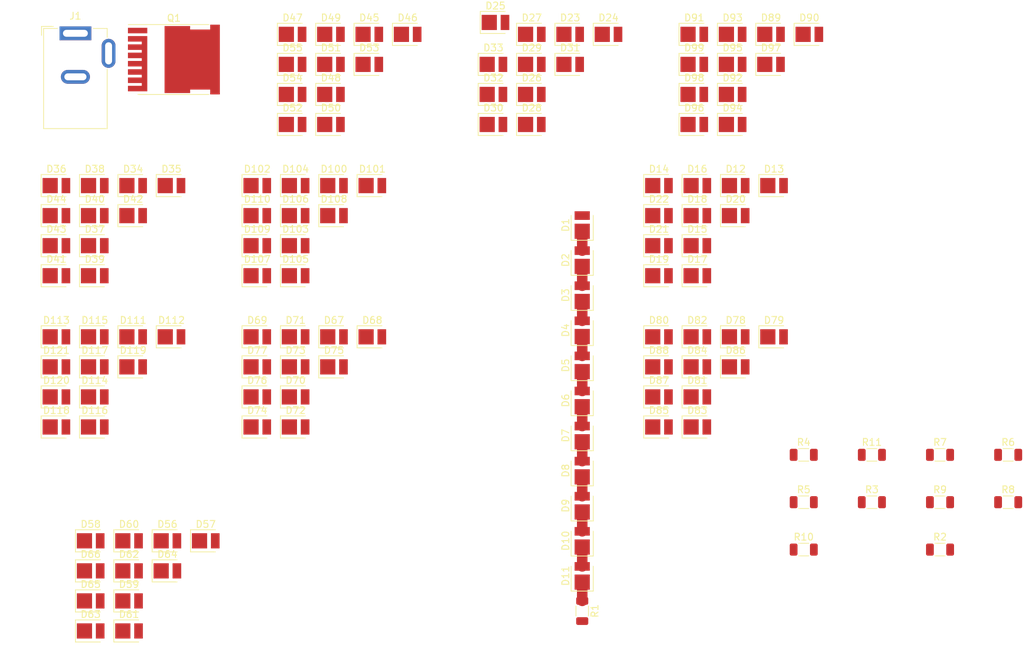
<source format=kicad_pcb>
(kicad_pcb (version 20211014) (generator pcbnew)
  (layers (0 "F.Cu" signal) (31 "B.Cu" signal) (34 "B.Paste" user) (35 "F.Paste" user) (36 "B.SilkS" user "B.Silkscreen") (37 "F.SilkS" user "F.Silkscreen") (38 "B.Mask" user) (39 "F.Mask" user) (44 "Edge.Cuts" user))
  (net 0 "")
  (net 1 "Net-(D1-Pad1)")
  (net 2 "/V_{LED}")
  (net 3 "Net-(D2-Pad1)")
  (net 4 "Net-(D3-Pad1)")
  (net 5 "Net-(D4-Pad1)")
  (net 6 "Net-(D5-Pad1)")
  (net 7 "Net-(D6-Pad1)")
  (net 8 "Net-(D7-Pad1)")
  (net 9 "Net-(D8-Pad1)")
  (net 10 "Net-(D10-Pad2)")
  (net 11 "Net-(D10-Pad1)")
  (net 12 "Net-(D11-Pad1)")
  (net 13 "Net-(D12-Pad1)")
  (net 14 "Net-(D13-Pad1)")
  (net 15 "Net-(D14-Pad1)")
  (net 16 "Net-(D15-Pad1)")
  (net 17 "Net-(D16-Pad1)")
  (net 18 "Net-(D17-Pad1)")
  (net 19 "Net-(D18-Pad1)")
  (net 20 "Net-(D19-Pad1)")
  (net 21 "Net-(D20-Pad1)")
  (net 22 "Net-(D21-Pad1)")
  (net 23 "Net-(D22-Pad1)")
  (net 24 "Net-(D23-Pad1)")
  (net 25 "Net-(D24-Pad1)")
  (net 26 "Net-(D25-Pad1)")
  (net 27 "Net-(D26-Pad1)")
  (net 28 "Net-(D27-Pad1)")
  (net 29 "Net-(D28-Pad1)")
  (net 30 "Net-(D29-Pad1)")
  (net 31 "Net-(D30-Pad1)")
  (net 32 "Net-(D31-Pad1)")
  (net 33 "Net-(D32-Pad1)")
  (net 34 "Net-(D33-Pad1)")
  (net 35 "Net-(D34-Pad1)")
  (net 36 "/LED Grid/LED Row4/ANODE")
  (net 37 "Net-(D35-Pad1)")
  (net 38 "Net-(D36-Pad1)")
  (net 39 "Net-(D37-Pad1)")
  (net 40 "Net-(D38-Pad1)")
  (net 41 "Net-(D39-Pad1)")
  (net 42 "Net-(D40-Pad1)")
  (net 43 "Net-(D41-Pad1)")
  (net 44 "Net-(D42-Pad1)")
  (net 45 "Net-(D43-Pad1)")
  (net 46 "Net-(D44-Pad1)")
  (net 47 "Net-(D45-Pad1)")
  (net 48 "/LED Grid/LED Row5/ANODE")
  (net 49 "Net-(D46-Pad1)")
  (net 50 "Net-(D47-Pad1)")
  (net 51 "Net-(D48-Pad1)")
  (net 52 "Net-(D49-Pad1)")
  (net 53 "Net-(D50-Pad1)")
  (net 54 "Net-(D51-Pad1)")
  (net 55 "Net-(D52-Pad1)")
  (net 56 "Net-(D53-Pad1)")
  (net 57 "Net-(D54-Pad1)")
  (net 58 "Net-(D55-Pad1)")
  (net 59 "Net-(D56-Pad1)")
  (net 60 "/LED Grid/LED Row6/ANODE")
  (net 61 "Net-(D57-Pad1)")
  (net 62 "Net-(D58-Pad1)")
  (net 63 "Net-(D59-Pad1)")
  (net 64 "Net-(D60-Pad1)")
  (net 65 "Net-(D61-Pad1)")
  (net 66 "Net-(D62-Pad1)")
  (net 67 "Net-(D63-Pad1)")
  (net 68 "Net-(D64-Pad1)")
  (net 69 "Net-(D65-Pad1)")
  (net 70 "Net-(D66-Pad1)")
  (net 71 "Net-(D67-Pad1)")
  (net 72 "/LED Grid/LED Row7/ANODE")
  (net 73 "Net-(D68-Pad1)")
  (net 74 "Net-(D69-Pad1)")
  (net 75 "Net-(D70-Pad1)")
  (net 76 "Net-(D71-Pad1)")
  (net 77 "Net-(D72-Pad1)")
  (net 78 "Net-(D73-Pad1)")
  (net 79 "Net-(D74-Pad1)")
  (net 80 "Net-(D75-Pad1)")
  (net 81 "Net-(D76-Pad1)")
  (net 82 "Net-(D77-Pad1)")
  (net 83 "Net-(D78-Pad1)")
  (net 84 "/LED Grid/LED Row8/ANODE")
  (net 85 "Net-(D79-Pad1)")
  (net 86 "Net-(D80-Pad1)")
  (net 87 "Net-(D81-Pad1)")
  (net 88 "Net-(D82-Pad1)")
  (net 89 "Net-(D83-Pad1)")
  (net 90 "Net-(D84-Pad1)")
  (net 91 "Net-(D85-Pad1)")
  (net 92 "Net-(D86-Pad1)")
  (net 93 "Net-(D87-Pad1)")
  (net 94 "Net-(D88-Pad1)")
  (net 95 "Net-(D89-Pad1)")
  (net 96 "/LED Grid/LED Row9/ANODE")
  (net 97 "Net-(D90-Pad1)")
  (net 98 "Net-(D91-Pad1)")
  (net 99 "Net-(D92-Pad1)")
  (net 100 "Net-(D93-Pad1)")
  (net 101 "Net-(D94-Pad1)")
  (net 102 "Net-(D95-Pad1)")
  (net 103 "Net-(D96-Pad1)")
  (net 104 "Net-(D97-Pad1)")
  (net 105 "Net-(D98-Pad1)")
  (net 106 "Net-(D99-Pad1)")
  (net 107 "Net-(D100-Pad1)")
  (net 108 "/LED Grid/LED Row10/ANODE")
  (net 109 "Net-(D101-Pad1)")
  (net 110 "Net-(D102-Pad1)")
  (net 111 "Net-(D103-Pad1)")
  (net 112 "Net-(D104-Pad1)")
  (net 113 "Net-(D105-Pad1)")
  (net 114 "Net-(D106-Pad1)")
  (net 115 "Net-(D107-Pad1)")
  (net 116 "Net-(D108-Pad1)")
  (net 117 "Net-(D109-Pad1)")
  (net 118 "Net-(D110-Pad1)")
  (net 119 "Net-(D111-Pad1)")
  (net 120 "/LED Grid/LED Row11/ANODE")
  (net 121 "Net-(D112-Pad1)")
  (net 122 "Net-(D113-Pad1)")
  (net 123 "Net-(D114-Pad1)")
  (net 124 "Net-(D115-Pad1)")
  (net 125 "Net-(D116-Pad1)")
  (net 126 "Net-(D117-Pad1)")
  (net 127 "Net-(D118-Pad1)")
  (net 128 "Net-(D119-Pad1)")
  (net 129 "Net-(D120-Pad1)")
  (net 130 "Net-(D121-Pad1)")
  (net 131 "Earth")
  (net 133 "/Control Circuitry/CTRL")
  (net 134 "/LED Grid/CATHODE")
  (net 135 "/LED Grid/LED Row2/CATHODE")
  (net 136 "/LED Grid/LED Row1/CATHODE")
  (net 137 "/LED Grid/LED Row3/CATHODE")
  (net 138 "/LED Grid/LED Row4/CATHODE")
  (net 139 "/LED Grid/LED Row5/CATHODE")
  (net 140 "/LED Grid/LED Row6/CATHODE")
  (net 141 "/LED Grid/LED Row7/CATHODE")
  (net 142 "/LED Grid/LED Row8/CATHODE")
  (net 143 "/LED Grid/LED Row9/CATHODE")
  (net 144 "/LED Grid/LED Row10/CATHODE")
  (net 145 "/LED Grid/LED Row11/CATHODE")
  (footprint "LED_SMD:LED_PLCC_2835" (layer "F.Cu") (at 76.792 111.245)
    (fp_text reference "D114")
    (fp_text value "RED")
  )
  (footprint "LED_SMD:LED_PLCC_2835" (layer "F.Cu") (at 92.85 132.08)
    (fp_text reference "D57")
    (fp_text value "RED")
  )
  (footprint "LED_SMD:LED_PLCC_2835" (layer "F.Cu") (at 163.972 102.545)
    (fp_text reference "D82")
    (fp_text value "RED")
  )
  (footprint "LED_SMD:LED_PLCC_2835" (layer "F.Cu") (at 71.242 89.345)
    (fp_text reference "D43")
    (fp_text value "RED")
  )
  (footprint "Resistor_SMD:R_1206_3216Metric" (layer "F.Cu") (at 179.37 133.35)
    (fp_text reference "R10")
    (fp_text value "R_US")
  )
  (footprint "Connector_BarrelJack:BarrelJack_GCT_DCJ200-10-A_Horizontal" (layer "F.Cu") (at 73.992 58.595)
    (fp_text reference "J1")
    (fp_text value "Barrel_Jack_Switch_Pin3Ring")
  )
  (footprint "LED_SMD:LED_PLCC_2835" (layer "F.Cu") (at 169.522 84.995)
    (fp_text reference "D20")
    (fp_text value "RED")
  )
  (footprint "LED_SMD:LED_PLCC_2835" (layer "F.Cu") (at 76.792 80.645)
    (fp_text reference "D38")
    (fp_text value "RED")
  )
  (footprint "LED_SMD:LED_PLCC_2835" (layer "F.Cu") (at 100.302 102.545)
    (fp_text reference "D69")
    (fp_text value "RED")
  )
  (footprint "LED_SMD:LED_PLCC_2835" (layer "F.Cu") (at 147.32 137.16 90)
    (fp_text reference "D11")
    (fp_text value "RED")
  )
  (footprint "Resistor_SMD:R_1206_3216Metric" (layer "F.Cu") (at 199.09 133.35)
    (fp_text reference "R2")
    (fp_text value "R_US")
  )
  (footprint "LED_SMD:LED_PLCC_2835" (layer "F.Cu") (at 163.532 58.745)
    (fp_text reference "D91")
    (fp_text value "RED")
  )
  (footprint "LED_SMD:LED_PLCC_2835" (layer "F.Cu") (at 134.472 67.445)
    (fp_text reference "D32")
    (fp_text value "RED")
  )
  (footprint "LED_SMD:LED_PLCC_2835" (layer "F.Cu") (at 175.072 102.545)
    (fp_text reference "D79")
    (fp_text value "RED")
  )
  (footprint "LED_SMD:LED_PLCC_2835" (layer "F.Cu") (at 82.342 102.545)
    (fp_text reference "D111")
    (fp_text value "RED")
  )
  (footprint "LED_SMD:LED_PLCC_2835" (layer "F.Cu") (at 76.2 132.08)
    (fp_text reference "D58")
    (fp_text value "RED")
  )
  (footprint "Resistor_SMD:R_1206_3216Metric" (layer "F.Cu") (at 189.23 126.49)
    (fp_text reference "R3")
    (fp_text value "R_US")
  )
  (footprint "LED_SMD:LED_PLCC_2835" (layer "F.Cu") (at 110.962 67.445)
    (fp_text reference "D48")
    (fp_text value "RED")
  )
  (footprint "LED_SMD:LED_PLCC_2835" (layer "F.Cu") (at 111.402 102.545)
    (fp_text reference "D67")
    (fp_text value "RED")
  )
  (footprint "LED_SMD:LED_PLCC_2835" (layer "F.Cu") (at 105.852 106.895)
    (fp_text reference "D73")
    (fp_text value "RED")
  )
  (footprint "LED_SMD:LED_PLCC_2835" (layer "F.Cu") (at 169.522 106.895)
    (fp_text reference "D86")
    (fp_text value "RED")
  )
  (footprint "LED_SMD:LED_PLCC_2835" (layer "F.Cu") (at 163.532 63.095)
    (fp_text reference "D99")
    (fp_text value "RED")
  )
  (footprint "LED_SMD:LED_PLCC_2835" (layer "F.Cu") (at 174.632 63.095)
    (fp_text reference "D97")
    (fp_text value "RED")
  )
  (footprint "LED_SMD:LED_PLCC_2835" (layer "F.Cu") (at 100.302 115.595)
    (fp_text reference "D74")
    (fp_text value "RED")
  )
  (footprint "LED_SMD:LED_PLCC_2835" (layer "F.Cu") (at 116.952 80.645)
    (fp_text reference "D101")
    (fp_text value "RED")
  )
  (footprint "LED_SMD:LED_PLCC_2835" (layer "F.Cu") (at 158.422 84.995)
    (fp_text reference "D22")
    (fp_text value "RED")
  )
  (footprint "LED_SMD:LED_PLCC_2835" (layer "F.Cu") (at 169.522 80.645)
    (fp_text reference "D12")
    (fp_text value "RED")
  )
  (footprint "LED_SMD:LED_PLCC_2835" (layer "F.Cu") (at 100.302 93.695)
    (fp_text reference "D107")
    (fp_text value "RED")
  )
  (footprint "LED_SMD:LED_PLCC_2835" (layer "F.Cu") (at 76.792 89.345)
    (fp_text reference "D37")
    (fp_text value "RED")
  )
  (footprint "LED_SMD:LED_PLCC_2835" (layer "F.Cu") (at 163.532 67.445)
    (fp_text reference "D98")
    (fp_text value "RED")
  )
  (footprint "LED_SMD:LED_PLCC_2835" (layer "F.Cu") (at 158.422 102.545)
    (fp_text reference "D80")
    (fp_text value "RED")
  )
  (footprint "LED_SMD:LED_PLCC_2835" (layer "F.Cu") (at 76.792 115.595)
    (fp_text reference "D116")
    (fp_text value "RED")
  )
  (footprint "LED_SMD:LED_PLCC_2835" (layer "F.Cu") (at 174.632 58.745)
    (fp_text reference "D89")
    (fp_text value "RED")
  )
  (footprint "LED_SMD:LED_PLCC_2835" (layer "F.Cu") (at 163.972 80.645)
    (fp_text reference "D16")
    (fp_text value "RED")
  )
  (footprint "LED_SMD:LED_PLCC_2835" (layer "F.Cu") (at 81.75 140.78)
    (fp_text reference "D59")
    (fp_text value "RED")
  )
  (footprint "LED_SMD:LED_PLCC_2835" (layer "F.Cu") (at 111.402 106.895)
    (fp_text reference "D75")
    (fp_text value "RED")
  )
  (footprint "LED_SMD:LED_PLCC_2835" (layer "F.Cu") (at 71.242 115.595)
    (fp_text reference "D118")
    (fp_text value "RED")
  )
  (footprint "LED_SMD:LED_PLCC_2835" (layer "F.Cu") (at 105.412 67.445)
    (fp_text reference "D54")
    (fp_text value "RED")
  )
  (footprint "LED_SMD:LED_PLCC_2835" (layer "F.Cu") (at 169.522 102.545)
    (fp_text reference "D78")
    (fp_text value "RED")
  )
  (footprint "LED_SMD:LED_PLCC_2835" (layer "F.Cu") (at 71.242 84.995)
    (fp_text reference "D44")
    (fp_text value "RED")
  )
  (footprint "LED_SMD:LED_PLCC_2835" (layer "F.Cu") (at 116.512 58.745)
    (fp_text reference "D45")
    (fp_text value "RED")
  )
  (footprint "LED_SMD:LED_PLCC_2835" (layer "F.Cu") (at 105.852 89.345)
    (fp_text reference "D103")
    (fp_text value "RED")
  )
  (footprint "LED_SMD:LED_PLCC_2835" (layer "F.Cu") (at 76.792 84.995)
    (fp_text reference "D40")
    (fp_text value "RED")
  )
  (footprint "LED_SMD:LED_PLCC_2835" (layer "F.Cu") (at 163.972 93.695)
    (fp_text reference "D17")
    (fp_text value "RED")
  )
  (footprint "LED_SMD:LED_PLCC_2835" (layer "F.Cu") (at 105.852 115.595)
    (fp_text reference "D72")
    (fp_text value "RED")
  )
  (footprint "LED_SMD:LED_PLCC_2835" (layer "F.Cu") (at 100.302 84.995)
    (fp_text reference "D110")
    (fp_text value "RED")
  )
  (footprint "Resistor_SMD:R_1206_3216Metric" (layer "F.Cu") (at 208.95 126.49)
    (fp_text reference "R8")
    (fp_text value "R_US")
  )
  (footprint "LED_SMD:LED_PLCC_2835" (layer "F.Cu") (at 145.572 63.095)
    (fp_text reference "D31")
    (fp_text value "RED")
  )
  (footprint "LED_SMD:LED_PLCC_2835" (layer "F.Cu") (at 105.412 63.095)
    (fp_text reference "D55")
    (fp_text value "RED")
  )
  (footprint "LED_SMD:LED_PLCC_2835" (layer "F.Cu") (at 76.2 140.78)
    (fp_text reference "D65")
    (fp_text value "RED")
  )
  (footprint "LED_SMD:LED_PLCC_2835" (layer "F.Cu") (at 158.422 111.245)
    (fp_text reference "D87")
    (fp_text value "RED")
  )
  (footprint "LED_SMD:LED_PLCC_2835" (layer "F.Cu") (at 110.962 63.095)
    (fp_text reference "D51")
    (fp_text value "RED")
  )
  (footprint "LED_SMD:LED_PLCC_2835" (layer "F.Cu") (at 147.32 121.92 90)
    (fp_text reference "D8")
    (fp_text value "RED")
  )
  (footprint "LED_SMD:LED_PLCC_2835" (layer "F.Cu") (at 82.342 106.895)
    (fp_text reference "D119")
    (fp_text value "RED")
  )
  (footprint "LED_SMD:LED_PLCC_2835" (layer "F.Cu") (at 169.082 63.095)
    (fp_text reference "D95")
    (fp_text value "RED")
  )
  (footprint "LED_SMD:LED_PLCC_2835" (layer "F.Cu") (at 145.572 58.745)
    (fp_text reference "D23")
    (fp_text value "RED")
  )
  (footprint "LED_SMD:LED_PLCC_2835" (layer "F.Cu") (at 180.182 58.745)
    (fp_text reference "D90")
    (fp_text value "RED")
  )
  (footprint "LED_SMD:LED_PLCC_2835" (layer "F.Cu") (at 163.532 71.795)
    (fp_text reference "D96")
    (fp_text value "RED")
  )
  (footprint "LED_SMD:LED_PLCC_2835" (layer "F.Cu") (at 147.32 116.84 90)
    (fp_text reference "D7")
    (fp_text value "RED")
  )
  (footprint "LED_SMD:LED_PLCC_2835" (layer "F.Cu") (at 169.082 58.745)
    (fp_text reference "D93")
    (fp_text value "RED")
  )
  (footprint "LED_SMD:LED_PLCC_2835" (layer "F.Cu") (at 81.75 136.43)
    (fp_text reference "D62")
    (fp_text value "RED")
  )
  (footprint "Resistor_SMD:R_1206_3216Metric" (layer "F.Cu") (at 147.32 142.24 -90)
    (fp_text reference "R1")
    (fp_text value "R_US")
  )
  (footprint "LED_SMD:LED_PLCC_2835" (layer "F.Cu") (at 100.302 111.245)
    (fp_text reference "D76")
    (fp_text value "RED")
  )
  (footprint "LED_SMD:LED_PLCC_2835" (layer "F.Cu") (at 158.422 115.595)
    (fp_text reference "D85")
    (fp_text value "RED")
  )
  (footprint "LED_SMD:LED_PLCC_2835" (layer "F.Cu") (at 140.022 63.095)
    (fp_text reference "D29")
    (fp_text value "RED")
  )
  (footprint "LED_SMD:LED_PLCC_2835" (layer "F.Cu") (at 140.022 71.795)
    (fp_text reference "D28")
    (fp_text value "RED")
  )
  (footprint "Resistor_SMD:R_1206_3216Metric" (layer "F.Cu") (at 179.37 126.49)
    (fp_text reference "R5")
    (fp_text value "R_US")
  )
  (footprint "LED_SMD:LED_PLCC_2835" (layer "F.Cu") (at 105.852 93.695)
    (fp_text reference "D105")
    (fp_text value "RED")
  )
  (footprint "LED_SMD:LED_PLCC_2835" (layer "F.Cu") (at 158.422 93.695)
    (fp_text reference "D19")
    (fp_text value "RED")
  )
  (footprint "LED_SMD:LED_PLCC_2835" (layer "F.Cu") (at 71.242 93.695)
    (fp_text reference "D41")
    (fp_text value "RED")
  )
  (footprint "LED_SMD:LED_PLCC_2835" (layer "F.Cu") (at 105.852 84.995)
    (fp_text reference "D106")
    (fp_text value "RED")
  )
  (footprint "LED_SMD:LED_PLCC_2835" (layer "F.Cu") (at 71.242 80.645)
    (fp_text reference "D36")
    (fp_text value "RED")
  )
  (footprint "LED_SMD:LED_PLCC_2835" (layer "F.Cu") (at 87.3 132.08)
    (fp_text reference "D56")
    (fp_text value "RED")
  )
  (footprint "LED_SMD:LED_PLCC_2835" (layer "F.Cu") (at 147.32 101.6 90)
    (fp_text reference "D4")
    (fp_text value "RED")
  )
  (footprint "LED_SMD:LED_PLCC_2835" (layer "F.Cu") (at 100.302 106.895)
    (fp_text reference "D77")
    (fp_text value "RED")
  )
  (footprint "Resistor_SMD:R_1206_3216Metric" (layer "F.Cu") (at 208.95 119.63)
    (fp_text reference "R6")
    (fp_text value "R_US")
  )
  (footprint "LED_SMD:LED_PLCC_2835" (layer "F.Cu") (at 81.75 145.13)
    (fp_text reference "D61")
    (fp_text value "RED")
  )
  (footprint "LED_SMD:LED_PLCC_2835" (layer "F.Cu") (at 134.772 57.02)
    (fp_text reference "D25")
    (fp_text value "RED")
  )
  (footprint "LED_SMD:LED_PLCC_2835" (layer "F.Cu") (at 163.972 89.345)
    (fp_text reference "D15")
    (fp_text value "RED")
  )
  (footprint "LED_SMD:LED_PLCC_2835" (layer "F.Cu") (at 100.302 80.645)
    (fp_text reference "D102")
    (fp_text value "RED")
  )
  (footprint "Resistor_SMD:R_1206_3216Metric" (layer "F.Cu") (at 199.09 119.63)
    (fp_text reference "R7")
    (fp_text value "R_US")
  )
  (footprint "LED_SMD:LED_PLCC_2835" (layer "F.Cu") (at 105.412 71.795)
    (fp_text reference "D52")
    (fp_text value "RED")
  )
  (footprint "LED_SMD:LED_PLCC_2835" (layer "F.Cu") (at 71.242 106.895)
    (fp_text reference "D121")
    (fp_text value "RED")
  )
  (footprint "LED_SMD:LED_PLCC_2835" (layer "F.Cu") (at 122.062 58.745)
    (fp_text reference "D46")
    (fp_text value "RED")
  )
  (footprint "LED_SMD:LED_PLCC_2835" (layer "F.Cu") (at 116.952 102.545)
    (fp_text reference "D68")
    (fp_text value "RED")
  )
  (footprint "Package_TO_SOT_SMD:Infineon_PG-HSOF-8-1" (layer "F.Cu") (at 88.242 62.395)
    (fp_text reference "Q1")
    (fp_text value "IPT012N08N5")
  )
  (footprint "LED_SMD:LED_PLCC_2835" (layer "F.Cu") (at 71.242 111.245)
    (fp_text reference "D120")
    (fp_text value "RED")
  )
  (footprint "LED_SMD:LED_PLCC_2835" (layer "F.Cu") (at 81.75 132.08)
    (fp_text reference "D60")
    (fp_text value "RED")
  )
  (footprint "LED_SMD:LED_PLCC_2835" (layer "F.Cu") (at 110.962 58.745)
    (fp_text reference "D49")
    (fp_text value "RED")
  )
  (footprint "LED_SMD:LED_PLCC_2835" (layer "F.Cu") (at 175.072 80.645)
    (fp_text reference "D13")
    (fp_text value "RED")
  )
  (footprint "LED_SMD:LED_PLCC_2835" (layer "F.Cu") (at 147.32 127 90)
    (fp_text reference "D9")
    (fp_text value "RED")
  )
  (footprint "LED_SMD:LED_PLCC_2835" (layer "F.Cu") (at 140.022 58.745)
    (fp_text reference "D27")
    (fp_text value "RED")
  )
  (footprint "Resistor_SMD:R_1206_3216Metric" (layer "F.Cu") (at 199.09 126.49)
    (fp_text reference "R9")
    (fp_text value "R_US")
  )
  (footprint "LED_SMD:LED_PLCC_2835" (layer "F.Cu") (at 105.852 80.645)
    (fp_text reference "D104")
    (fp_text value "RED")
  )
  (footprint "LED_SMD:LED_PLCC_2835" (layer "F.Cu") (at 163.972 115.595)
    (fp_text reference "D83")
    (fp_text value "RED")
  )
  (footprint "Resistor_SMD:R_1206_3216Metric" (layer "F.Cu") (at 189.23 119.63)
    (fp_text reference "R11")
    (fp_text value "R_US")
  )
  (footprint "LED_SMD:LED_PLCC_2835" (layer "F.Cu") (at 116.512 63.095)
    (fp_text reference "D53")
    (fp_text value "RED")
  )
  (footprint "LED_SMD:LED_PLCC_2835" (layer "F.Cu") (at 169.082 71.795)
    (fp_text reference "D94")
    (fp_text value "RED")
  )
  (footprint "LED_SMD:LED_PLCC_2835" (layer "F.Cu") (at 158.422 89.345)
    (fp_text reference "D21")
    (fp_text value "RED")
  )
  (footprint "LED_SMD:LED_PLCC_2835" (layer "F.Cu") (at 151.122 58.745)
    (fp_text reference "D24")
    (fp_text value "RED")
  )
  (footprint "LED_SMD:LED_PLCC_2835" (layer "F.Cu") (at 158.422 80.645)
    (fp_text reference "D14")
    (fp_text value "RED")
  )
  (footprint "LED_SMD:LED_PLCC_2835" (layer "F.Cu") (at 147.32 96.52 90)
    (fp_text reference "D3")
    (fp_text value "RED")
  )
  (footprint "LED_SMD:LED_PLCC_2835" (layer "F.Cu") (at 87.3 136.43)
    (fp_text reference "D64")
    (fp_text value "RED")
  )
  (footprint "LED_SMD:LED_PLCC_2835" (layer "F.Cu") (at 105.852 111.245)
    (fp_text reference "D70")
    (fp_text value "RED")
  )
  (footprint "LED_SMD:LED_PLCC_2835" (layer "F.Cu") (at 163.972 106.895)
    (fp_text reference "D84")
    (fp_text value "RED")
  )
  (footprint "LED_SMD:LED_PLCC_2835" (layer "F.Cu") (at 163.972 84.995)
    (fp_text reference "D18")
    (fp_text value "RED")
  )
  (footprint "LED_SMD:LED_PLCC_2835" (layer "F.Cu") (at 76.2 136.43)
    (fp_text reference "D66")
    (fp_text value "RED")
  )
  (footprint "LED_SMD:LED_PLCC_2835" (layer "F.Cu") (at 147.32 132.08 90)
    (fp_text reference "D10")
    (fp_text value "RED")
  )
  (footprint "LED_SMD:LED_PLCC_2835" (layer "F.Cu") (at 76.2 145.13)
    (fp_text reference "D63")
    (fp_text value "RED")
  )
  (footprint "LED_SMD:LED_PLCC_2835" (layer "F.Cu") (at 147.32 106.68 90)
    (fp_text reference "D5")
    (fp_text value "RED")
  )
  (footprint "LED_SMD:LED_PLCC_2835" (layer "F.Cu") (at 87.892 80.645)
    (fp_text reference "D35")
    (fp_text value "RED")
  )
  (footprint "LED_SMD:LED_PLCC_2835" (layer "F.Cu") (at 147.32 91.44 90)
    (fp_text reference "D2")
    (fp_text value "RED")
  )
  (footprint "LED_SMD:LED_PLCC_2835" (layer "F.Cu") (at 87.892 102.545)
    (fp_text reference "D112")
    (fp_text value "RED")
  )
  (footprint "LED_SMD:LED_PLCC_2835" (layer "F.Cu") (at 76.792 106.895)
    (fp_text reference "D117")
    (fp_text value "RED")
  )
  (footprint "LED_SMD:LED_PLCC_2835" (layer "F.Cu") (at 71.242 102.545)
    (fp_text reference "D113")
    (fp_text value "RED")
  )
  (footprint "LED_SMD:LED_PLCC_2835" (layer "F.Cu") (at 105.852 102.545)
    (fp_text reference "D71")
    (fp_text value "RED")
  )
  (footprint "LED_SMD:LED_PLCC_2835" (layer "F.Cu") (at 158.422 106.895)
    (fp_text reference "D88")
    (fp_text value "RED")
  )
  (footprint "LED_SMD:LED_PLCC_2835" (layer "F.Cu") (at 169.082 67.445)
    (fp_text reference "D92")
    (fp_text value "RED")
  )
  (footprint "LED_SMD:LED_PLCC_2835" (layer "F.Cu") (at 100.302 89.345)
    (fp_text reference "D109")
    (fp_text value "RED")
  )
  (footprint "LED_SMD:LED_PLCC_2835" (layer "F.Cu") (at 147.32 111.76 90)
    (fp_text reference "D6")
    (fp_text value "RED")
  )
  (footprint "LED_SMD:LED_PLCC_2835" (layer "F.Cu") (at 110.962 71.795)
    (fp_text reference "D50")
    (fp_text value "RED")
  )
  (footprint "LED_SMD:LED_PLCC_2835" (layer "F.Cu") (at 76.792 102.545)
    (fp_text reference "D115")
    (fp_text value "RED")
  )
  (footprint "LED_SMD:LED_PLCC_2835" (layer "F.Cu") (at 163.972 111.245)
    (fp_text reference "D81")
    (fp_text value "RED")
  )
  (footprint "LED_SMD:LED_PLCC_2835" (layer "F.Cu") (at 82.342 84.995)
    (fp_text reference "D42")
    (fp_text value "RED")
  )
  (footprint "LED_SMD:LED_PLCC_2835" (layer "F.Cu") (at 111.402 80.645)
    (fp_text reference "D100")
    (fp_text value "RED")
  )
  (footprint "LED_SMD:LED_PLCC_2835" (layer "F.Cu") (at 140.022 67.445)
    (fp_text reference "D26")
    (fp_text value "RED")
  )
  (footprint "LED_SMD:LED_PLCC_2835" (layer "F.Cu") (at 105.412 58.745)
    (fp_text reference "D47")
    (fp_text value "RED")
  )
  (footprint "LED_SMD:LED_PLCC_2835" (layer "F.Cu") (at 134.472 63.095)
    (fp_text reference "D33")
    (fp_text value "RED")
  )
  (footprint "Resistor_SMD:R_1206_3216Metric" (layer "F.Cu") (at 179.37 119.63)
    (fp_text reference "R4")
    (fp_text value "R_US")
  )
  (footprint "LED_SMD:LED_PLCC_2835" (layer "F.Cu") (at 111.402 84.995)
    (fp_text reference "D108")
    (fp_text value "RED")
  )
  (footprint "LED_SMD:LED_PLCC_2835" (layer "F.Cu") (at 82.342 80.645)
    (fp_text reference "D34")
    (fp_text value "RED")
  )
  (footprint "LED_SMD:LED_PLCC_2835" (layer "F.Cu") (at 147.32 86.36 90)
    (fp_text reference "D1")
    (fp_text value "RED")
  )
  (footprint "LED_SMD:LED_PLCC_2835" (layer "F.Cu") (at 76.792 93.695)
    (fp_text reference "D39")
    (fp_text value "RED")
  )
  (footprint "LED_SMD:LED_PLCC_2835" (layer "F.Cu") (at 134.472 71.795)
    (fp_text reference "D30")
    (fp_text value "RED")
  )
  (segment (start 147.32 90.065) (end 147.32 87.26) (width 1.524) (layer "F.Cu") (net 1))
  (segment (start 147.32 92.34) (end 147.32 95.145) (width 1.524) (layer "F.Cu") (net 3))
  (segment (start 147.32 97.42) (end 147.32 100.225) (width 1.524) (layer "F.Cu") (net 4))
  (segment (start 147.32 102.5) (end 147.32 105.305) (width 1.524) (layer "F.Cu") (net 5))
  (segment (start 147.32 107.58) (end 147.32 110.385) (width 1.524) (layer "F.Cu") (net 6))
  (segment (start 147.32 112.66) (end 147.32 115.465) (width 1.524) (layer "F.Cu") (net 7))
  (segment (start 147.32 117.74) (end 147.32 120.545) (width 1.524) (layer "F.Cu") (net 8))
  (segment (start 147.32 122.82) (end 147.32 125.625) (width 1.524) (layer "F.Cu") (net 9))
  (segment (start 147.32 127.9) (end 147.32 130.705) (width 1.524) (layer "F.Cu") (net 10))
  (segment (start 147.32 132.98) (end 147.32 135.785) (width 1.524) (layer "F.Cu") (net 11))
  (segment (start 147.32 138.06) (end 147.32 140.7775) (width 1.524) (layer "F.Cu") (net 12))
)
</source>
